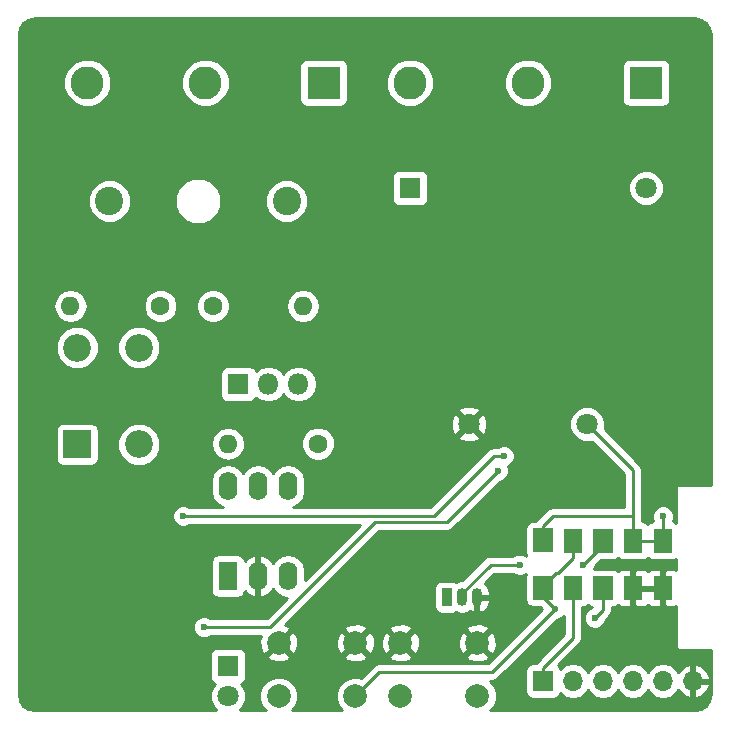
<source format=gbl>
G04 #@! TF.FileFunction,Copper,L2,Bot,Signal*
%FSLAX46Y46*%
G04 Gerber Fmt 4.6, Leading zero omitted, Abs format (unit mm)*
G04 Created by KiCad (PCBNEW 4.0.7) date Sun Sep 17 21:26:38 2017*
%MOMM*%
%LPD*%
G01*
G04 APERTURE LIST*
%ADD10C,0.100000*%
%ADD11R,1.700000X1.700000*%
%ADD12O,1.700000X1.700000*%
%ADD13C,2.800000*%
%ADD14R,2.800000X2.800000*%
%ADD15R,1.600000X2.000000*%
%ADD16R,2.350000X2.350000*%
%ADD17C,2.350000*%
%ADD18R,1.800000X1.800000*%
%ADD19C,1.800000*%
%ADD20C,2.400000*%
%ADD21O,0.900000X1.500000*%
%ADD22R,0.900000X1.500000*%
%ADD23R,1.700000X2.000000*%
%ADD24C,1.600000*%
%ADD25O,1.600000X1.600000*%
%ADD26C,2.000000*%
%ADD27R,1.600000X2.400000*%
%ADD28O,1.600000X2.400000*%
%ADD29O,1.800000X1.800000*%
%ADD30C,0.600000*%
%ADD31C,0.250000*%
%ADD32C,0.254000*%
G04 APERTURE END LIST*
D10*
D11*
X164085000Y-124825000D03*
D12*
X166625000Y-124825000D03*
X169165000Y-124825000D03*
X171705000Y-124825000D03*
X174245000Y-124825000D03*
X176785000Y-124825000D03*
D13*
X162815000Y-74175000D03*
D14*
X172815000Y-74175000D03*
D13*
X152815000Y-74175000D03*
D15*
X166625000Y-116951000D03*
X166625000Y-112951000D03*
X171705000Y-112951000D03*
X171705000Y-116951000D03*
X174245000Y-112951000D03*
X174245000Y-116951000D03*
D16*
X124655000Y-104795000D03*
D17*
X129855000Y-96595000D03*
X129855000Y-104795000D03*
X124655000Y-96595000D03*
D18*
X137415000Y-123555000D03*
D19*
X137415000Y-126095000D03*
D20*
X142375000Y-84185000D03*
X127375000Y-84185000D03*
D13*
X135510000Y-74175000D03*
D14*
X145510000Y-74175000D03*
D13*
X125510000Y-74175000D03*
D21*
X157227000Y-117713000D03*
X158497000Y-117713000D03*
D22*
X155957000Y-117713000D03*
D23*
X164085000Y-112919000D03*
X164085000Y-116919000D03*
X169165000Y-116951000D03*
X169165000Y-112951000D03*
D24*
X136144000Y-93075000D03*
D25*
X143764000Y-93075000D03*
D24*
X131700000Y-93075000D03*
D25*
X124080000Y-93075000D03*
D24*
X145035000Y-104725000D03*
D25*
X137415000Y-104725000D03*
D26*
X141710000Y-126095000D03*
X141710000Y-121595000D03*
X148210000Y-126095000D03*
X148210000Y-121595000D03*
X152020000Y-126095000D03*
X152020000Y-121595000D03*
X158520000Y-126095000D03*
X158520000Y-121595000D03*
D18*
X152815000Y-83075000D03*
D19*
X172815000Y-83075000D03*
X167815000Y-103075000D03*
X157815000Y-103075000D03*
D27*
X137415000Y-115935000D03*
D28*
X142495000Y-108315000D03*
X139955000Y-115935000D03*
X139955000Y-108315000D03*
X142495000Y-115935000D03*
X137415000Y-108315000D03*
D18*
X138303000Y-99695000D03*
D29*
X140843000Y-99695000D03*
X143383000Y-99695000D03*
D30*
X165101000Y-118729000D03*
X174245000Y-110855000D03*
X160783000Y-112887000D03*
X127255000Y-113395000D03*
X168466500Y-119491000D03*
X167514000Y-114982500D03*
X162116500Y-114982500D03*
X160783000Y-105775000D03*
X133605000Y-110855000D03*
X135366001Y-120269999D03*
X160275000Y-107045000D03*
D31*
X164085000Y-124825000D02*
X164085000Y-123725000D01*
X164085000Y-123725000D02*
X166625000Y-121185000D01*
X166625000Y-121185000D02*
X166625000Y-116951000D01*
X148210000Y-126095000D02*
X150242000Y-124063000D01*
X150242000Y-124063000D02*
X159767000Y-124063000D01*
X159767000Y-124063000D02*
X165101000Y-118729000D01*
X164085000Y-116919000D02*
X164085000Y-117713000D01*
X164085000Y-117713000D02*
X165101000Y-118729000D01*
X166625000Y-112951000D02*
X166625000Y-114379000D01*
X166625000Y-114379000D02*
X165335000Y-115669000D01*
X165335000Y-115669000D02*
X165185000Y-115669000D01*
X165185000Y-115669000D02*
X164085000Y-116769000D01*
X164085000Y-116769000D02*
X164085000Y-116919000D01*
X171705000Y-112951000D02*
X171705000Y-110855000D01*
X171705000Y-110855000D02*
X171705000Y-106965000D01*
X164085000Y-112919000D02*
X164085000Y-111669000D01*
X164085000Y-111669000D02*
X164899000Y-110855000D01*
X164899000Y-110855000D02*
X171705000Y-110855000D01*
X174245000Y-112951000D02*
X174245000Y-110855000D01*
X171705000Y-106965000D02*
X167815000Y-103075000D01*
X174245000Y-112951000D02*
X174245000Y-112751000D01*
X171705000Y-112951000D02*
X174245000Y-112951000D01*
X169165000Y-116951000D02*
X169165000Y-118792500D01*
X169165000Y-118792500D02*
X168466500Y-119491000D01*
X167514000Y-114982500D02*
X169165000Y-113331500D01*
X169165000Y-113331500D02*
X169165000Y-112951000D01*
X157227000Y-117713000D02*
X157227000Y-117413000D01*
X157227000Y-117413000D02*
X159657500Y-114982500D01*
X159657500Y-114982500D02*
X162116500Y-114982500D01*
X133605000Y-110855000D02*
X154825616Y-110855000D01*
X154825616Y-110855000D02*
X159905616Y-105775000D01*
X159905616Y-105775000D02*
X160783000Y-105775000D01*
D32*
X135366001Y-120269999D02*
X140991119Y-120269999D01*
X140991119Y-120269999D02*
X149900108Y-111361010D01*
X149900108Y-111361010D02*
X155958990Y-111361010D01*
X155958990Y-111361010D02*
X160275000Y-107045000D01*
G36*
X172980910Y-114402441D02*
X173193110Y-114547431D01*
X173445000Y-114598440D01*
X175045000Y-114598440D01*
X175280317Y-114554162D01*
X175388000Y-114484870D01*
X175388000Y-115405756D01*
X175171310Y-115316000D01*
X174530750Y-115316000D01*
X174372000Y-115474750D01*
X174372000Y-116824000D01*
X174392000Y-116824000D01*
X174392000Y-117078000D01*
X174372000Y-117078000D01*
X174372000Y-118427250D01*
X174530750Y-118586000D01*
X175171310Y-118586000D01*
X175388000Y-118496244D01*
X175388000Y-122031000D01*
X175396685Y-122077159D01*
X175423965Y-122119553D01*
X175465590Y-122147994D01*
X175515000Y-122158000D01*
X178290000Y-122158000D01*
X178290000Y-125930069D01*
X178178953Y-126488340D01*
X177902333Y-126902331D01*
X177488338Y-127178954D01*
X176930069Y-127290000D01*
X159637173Y-127290000D01*
X159905278Y-127022363D01*
X160154716Y-126421648D01*
X160155284Y-125771205D01*
X159906894Y-125170057D01*
X159560443Y-124823000D01*
X159767000Y-124823000D01*
X160057839Y-124765148D01*
X160304401Y-124600401D01*
X165240680Y-119664122D01*
X165286167Y-119664162D01*
X165629943Y-119522117D01*
X165865000Y-119287470D01*
X165865000Y-120870198D01*
X163547599Y-123187599D01*
X163454080Y-123327560D01*
X163235000Y-123327560D01*
X162999683Y-123371838D01*
X162783559Y-123510910D01*
X162638569Y-123723110D01*
X162587560Y-123975000D01*
X162587560Y-125675000D01*
X162631838Y-125910317D01*
X162770910Y-126126441D01*
X162983110Y-126271431D01*
X163235000Y-126322440D01*
X164935000Y-126322440D01*
X165170317Y-126278162D01*
X165386441Y-126139090D01*
X165531431Y-125926890D01*
X165545086Y-125859459D01*
X165574946Y-125904147D01*
X166056715Y-126226054D01*
X166625000Y-126339093D01*
X167193285Y-126226054D01*
X167675054Y-125904147D01*
X167895000Y-125574974D01*
X168114946Y-125904147D01*
X168596715Y-126226054D01*
X169165000Y-126339093D01*
X169733285Y-126226054D01*
X170215054Y-125904147D01*
X170435000Y-125574974D01*
X170654946Y-125904147D01*
X171136715Y-126226054D01*
X171705000Y-126339093D01*
X172273285Y-126226054D01*
X172755054Y-125904147D01*
X172975000Y-125574974D01*
X173194946Y-125904147D01*
X173676715Y-126226054D01*
X174245000Y-126339093D01*
X174813285Y-126226054D01*
X175295054Y-125904147D01*
X175522702Y-125563447D01*
X175589817Y-125706358D01*
X176018076Y-126096645D01*
X176428110Y-126266476D01*
X176658000Y-126145155D01*
X176658000Y-124952000D01*
X176912000Y-124952000D01*
X176912000Y-126145155D01*
X177141890Y-126266476D01*
X177551924Y-126096645D01*
X177980183Y-125706358D01*
X178226486Y-125181892D01*
X178105819Y-124952000D01*
X176912000Y-124952000D01*
X176658000Y-124952000D01*
X176638000Y-124952000D01*
X176638000Y-124698000D01*
X176658000Y-124698000D01*
X176658000Y-123504845D01*
X176912000Y-123504845D01*
X176912000Y-124698000D01*
X178105819Y-124698000D01*
X178226486Y-124468108D01*
X177980183Y-123943642D01*
X177551924Y-123553355D01*
X177141890Y-123383524D01*
X176912000Y-123504845D01*
X176658000Y-123504845D01*
X176428110Y-123383524D01*
X176018076Y-123553355D01*
X175589817Y-123943642D01*
X175522702Y-124086553D01*
X175295054Y-123745853D01*
X174813285Y-123423946D01*
X174245000Y-123310907D01*
X173676715Y-123423946D01*
X173194946Y-123745853D01*
X172975000Y-124075026D01*
X172755054Y-123745853D01*
X172273285Y-123423946D01*
X171705000Y-123310907D01*
X171136715Y-123423946D01*
X170654946Y-123745853D01*
X170435000Y-124075026D01*
X170215054Y-123745853D01*
X169733285Y-123423946D01*
X169165000Y-123310907D01*
X168596715Y-123423946D01*
X168114946Y-123745853D01*
X167895000Y-124075026D01*
X167675054Y-123745853D01*
X167193285Y-123423946D01*
X166625000Y-123310907D01*
X166056715Y-123423946D01*
X165574946Y-123745853D01*
X165547150Y-123787452D01*
X165538162Y-123739683D01*
X165399090Y-123523559D01*
X165376606Y-123508196D01*
X167162401Y-121722401D01*
X167327148Y-121475840D01*
X167339171Y-121415395D01*
X167385000Y-121185000D01*
X167385000Y-118598440D01*
X167425000Y-118598440D01*
X167660317Y-118554162D01*
X167872826Y-118417416D01*
X168063110Y-118547431D01*
X168223213Y-118579853D01*
X167937557Y-118697883D01*
X167674308Y-118960673D01*
X167531662Y-119304201D01*
X167531338Y-119676167D01*
X167673383Y-120019943D01*
X167936173Y-120283192D01*
X168279701Y-120425838D01*
X168651667Y-120426162D01*
X168995443Y-120284117D01*
X169258692Y-120021327D01*
X169401338Y-119677799D01*
X169401379Y-119630923D01*
X169702401Y-119329901D01*
X169867148Y-119083340D01*
X169925000Y-118792500D01*
X169925000Y-118598440D01*
X170015000Y-118598440D01*
X170250317Y-118554162D01*
X170466441Y-118415090D01*
X170468318Y-118412343D01*
X170545301Y-118489327D01*
X170778690Y-118586000D01*
X171419250Y-118586000D01*
X171578000Y-118427250D01*
X171578000Y-117078000D01*
X171832000Y-117078000D01*
X171832000Y-118427250D01*
X171990750Y-118586000D01*
X172631310Y-118586000D01*
X172864699Y-118489327D01*
X172975000Y-118379025D01*
X173085301Y-118489327D01*
X173318690Y-118586000D01*
X173959250Y-118586000D01*
X174118000Y-118427250D01*
X174118000Y-117078000D01*
X171832000Y-117078000D01*
X171578000Y-117078000D01*
X171558000Y-117078000D01*
X171558000Y-116824000D01*
X171578000Y-116824000D01*
X171578000Y-115474750D01*
X171832000Y-115474750D01*
X171832000Y-116824000D01*
X174118000Y-116824000D01*
X174118000Y-115474750D01*
X173959250Y-115316000D01*
X173318690Y-115316000D01*
X173085301Y-115412673D01*
X172975000Y-115522975D01*
X172864699Y-115412673D01*
X172631310Y-115316000D01*
X171990750Y-115316000D01*
X171832000Y-115474750D01*
X171578000Y-115474750D01*
X171419250Y-115316000D01*
X170778690Y-115316000D01*
X170545301Y-115412673D01*
X170466808Y-115491167D01*
X170266890Y-115354569D01*
X170015000Y-115303560D01*
X168393088Y-115303560D01*
X168448838Y-115169299D01*
X168448879Y-115122423D01*
X168972862Y-114598440D01*
X170015000Y-114598440D01*
X170250317Y-114554162D01*
X170462826Y-114417416D01*
X170653110Y-114547431D01*
X170905000Y-114598440D01*
X172505000Y-114598440D01*
X172740317Y-114554162D01*
X172956441Y-114415090D01*
X172973234Y-114390512D01*
X172980910Y-114402441D01*
X172980910Y-114402441D01*
G37*
X172980910Y-114402441D02*
X173193110Y-114547431D01*
X173445000Y-114598440D01*
X175045000Y-114598440D01*
X175280317Y-114554162D01*
X175388000Y-114484870D01*
X175388000Y-115405756D01*
X175171310Y-115316000D01*
X174530750Y-115316000D01*
X174372000Y-115474750D01*
X174372000Y-116824000D01*
X174392000Y-116824000D01*
X174392000Y-117078000D01*
X174372000Y-117078000D01*
X174372000Y-118427250D01*
X174530750Y-118586000D01*
X175171310Y-118586000D01*
X175388000Y-118496244D01*
X175388000Y-122031000D01*
X175396685Y-122077159D01*
X175423965Y-122119553D01*
X175465590Y-122147994D01*
X175515000Y-122158000D01*
X178290000Y-122158000D01*
X178290000Y-125930069D01*
X178178953Y-126488340D01*
X177902333Y-126902331D01*
X177488338Y-127178954D01*
X176930069Y-127290000D01*
X159637173Y-127290000D01*
X159905278Y-127022363D01*
X160154716Y-126421648D01*
X160155284Y-125771205D01*
X159906894Y-125170057D01*
X159560443Y-124823000D01*
X159767000Y-124823000D01*
X160057839Y-124765148D01*
X160304401Y-124600401D01*
X165240680Y-119664122D01*
X165286167Y-119664162D01*
X165629943Y-119522117D01*
X165865000Y-119287470D01*
X165865000Y-120870198D01*
X163547599Y-123187599D01*
X163454080Y-123327560D01*
X163235000Y-123327560D01*
X162999683Y-123371838D01*
X162783559Y-123510910D01*
X162638569Y-123723110D01*
X162587560Y-123975000D01*
X162587560Y-125675000D01*
X162631838Y-125910317D01*
X162770910Y-126126441D01*
X162983110Y-126271431D01*
X163235000Y-126322440D01*
X164935000Y-126322440D01*
X165170317Y-126278162D01*
X165386441Y-126139090D01*
X165531431Y-125926890D01*
X165545086Y-125859459D01*
X165574946Y-125904147D01*
X166056715Y-126226054D01*
X166625000Y-126339093D01*
X167193285Y-126226054D01*
X167675054Y-125904147D01*
X167895000Y-125574974D01*
X168114946Y-125904147D01*
X168596715Y-126226054D01*
X169165000Y-126339093D01*
X169733285Y-126226054D01*
X170215054Y-125904147D01*
X170435000Y-125574974D01*
X170654946Y-125904147D01*
X171136715Y-126226054D01*
X171705000Y-126339093D01*
X172273285Y-126226054D01*
X172755054Y-125904147D01*
X172975000Y-125574974D01*
X173194946Y-125904147D01*
X173676715Y-126226054D01*
X174245000Y-126339093D01*
X174813285Y-126226054D01*
X175295054Y-125904147D01*
X175522702Y-125563447D01*
X175589817Y-125706358D01*
X176018076Y-126096645D01*
X176428110Y-126266476D01*
X176658000Y-126145155D01*
X176658000Y-124952000D01*
X176912000Y-124952000D01*
X176912000Y-126145155D01*
X177141890Y-126266476D01*
X177551924Y-126096645D01*
X177980183Y-125706358D01*
X178226486Y-125181892D01*
X178105819Y-124952000D01*
X176912000Y-124952000D01*
X176658000Y-124952000D01*
X176638000Y-124952000D01*
X176638000Y-124698000D01*
X176658000Y-124698000D01*
X176658000Y-123504845D01*
X176912000Y-123504845D01*
X176912000Y-124698000D01*
X178105819Y-124698000D01*
X178226486Y-124468108D01*
X177980183Y-123943642D01*
X177551924Y-123553355D01*
X177141890Y-123383524D01*
X176912000Y-123504845D01*
X176658000Y-123504845D01*
X176428110Y-123383524D01*
X176018076Y-123553355D01*
X175589817Y-123943642D01*
X175522702Y-124086553D01*
X175295054Y-123745853D01*
X174813285Y-123423946D01*
X174245000Y-123310907D01*
X173676715Y-123423946D01*
X173194946Y-123745853D01*
X172975000Y-124075026D01*
X172755054Y-123745853D01*
X172273285Y-123423946D01*
X171705000Y-123310907D01*
X171136715Y-123423946D01*
X170654946Y-123745853D01*
X170435000Y-124075026D01*
X170215054Y-123745853D01*
X169733285Y-123423946D01*
X169165000Y-123310907D01*
X168596715Y-123423946D01*
X168114946Y-123745853D01*
X167895000Y-124075026D01*
X167675054Y-123745853D01*
X167193285Y-123423946D01*
X166625000Y-123310907D01*
X166056715Y-123423946D01*
X165574946Y-123745853D01*
X165547150Y-123787452D01*
X165538162Y-123739683D01*
X165399090Y-123523559D01*
X165376606Y-123508196D01*
X167162401Y-121722401D01*
X167327148Y-121475840D01*
X167339171Y-121415395D01*
X167385000Y-121185000D01*
X167385000Y-118598440D01*
X167425000Y-118598440D01*
X167660317Y-118554162D01*
X167872826Y-118417416D01*
X168063110Y-118547431D01*
X168223213Y-118579853D01*
X167937557Y-118697883D01*
X167674308Y-118960673D01*
X167531662Y-119304201D01*
X167531338Y-119676167D01*
X167673383Y-120019943D01*
X167936173Y-120283192D01*
X168279701Y-120425838D01*
X168651667Y-120426162D01*
X168995443Y-120284117D01*
X169258692Y-120021327D01*
X169401338Y-119677799D01*
X169401379Y-119630923D01*
X169702401Y-119329901D01*
X169867148Y-119083340D01*
X169925000Y-118792500D01*
X169925000Y-118598440D01*
X170015000Y-118598440D01*
X170250317Y-118554162D01*
X170466441Y-118415090D01*
X170468318Y-118412343D01*
X170545301Y-118489327D01*
X170778690Y-118586000D01*
X171419250Y-118586000D01*
X171578000Y-118427250D01*
X171578000Y-117078000D01*
X171832000Y-117078000D01*
X171832000Y-118427250D01*
X171990750Y-118586000D01*
X172631310Y-118586000D01*
X172864699Y-118489327D01*
X172975000Y-118379025D01*
X173085301Y-118489327D01*
X173318690Y-118586000D01*
X173959250Y-118586000D01*
X174118000Y-118427250D01*
X174118000Y-117078000D01*
X171832000Y-117078000D01*
X171578000Y-117078000D01*
X171558000Y-117078000D01*
X171558000Y-116824000D01*
X171578000Y-116824000D01*
X171578000Y-115474750D01*
X171832000Y-115474750D01*
X171832000Y-116824000D01*
X174118000Y-116824000D01*
X174118000Y-115474750D01*
X173959250Y-115316000D01*
X173318690Y-115316000D01*
X173085301Y-115412673D01*
X172975000Y-115522975D01*
X172864699Y-115412673D01*
X172631310Y-115316000D01*
X171990750Y-115316000D01*
X171832000Y-115474750D01*
X171578000Y-115474750D01*
X171419250Y-115316000D01*
X170778690Y-115316000D01*
X170545301Y-115412673D01*
X170466808Y-115491167D01*
X170266890Y-115354569D01*
X170015000Y-115303560D01*
X168393088Y-115303560D01*
X168448838Y-115169299D01*
X168448879Y-115122423D01*
X168972862Y-114598440D01*
X170015000Y-114598440D01*
X170250317Y-114554162D01*
X170462826Y-114417416D01*
X170653110Y-114547431D01*
X170905000Y-114598440D01*
X172505000Y-114598440D01*
X172740317Y-114554162D01*
X172956441Y-114415090D01*
X172973234Y-114390512D01*
X172980910Y-114402441D01*
G36*
X177488338Y-68821046D02*
X177902333Y-69097669D01*
X178178953Y-69511660D01*
X178290000Y-70069931D01*
X178290000Y-108188000D01*
X175515000Y-108188000D01*
X175468841Y-108196685D01*
X175426447Y-108223965D01*
X175398006Y-108265590D01*
X175388000Y-108315000D01*
X175388000Y-111416822D01*
X175296890Y-111354569D01*
X175069117Y-111308444D01*
X175179838Y-111041799D01*
X175180162Y-110669833D01*
X175038117Y-110326057D01*
X174775327Y-110062808D01*
X174431799Y-109920162D01*
X174059833Y-109919838D01*
X173716057Y-110061883D01*
X173452808Y-110324673D01*
X173310162Y-110668201D01*
X173309838Y-111040167D01*
X173420569Y-111308157D01*
X173209683Y-111347838D01*
X172993559Y-111486910D01*
X172976766Y-111511488D01*
X172969090Y-111499559D01*
X172756890Y-111354569D01*
X172505000Y-111303560D01*
X172465000Y-111303560D01*
X172465000Y-106965000D01*
X172407148Y-106674161D01*
X172242401Y-106427599D01*
X169304766Y-103489964D01*
X169349733Y-103381670D01*
X169350265Y-102771009D01*
X169117068Y-102206629D01*
X168685643Y-101774449D01*
X168121670Y-101540267D01*
X167511009Y-101539735D01*
X166946629Y-101772932D01*
X166514449Y-102204357D01*
X166280267Y-102768330D01*
X166279735Y-103378991D01*
X166512932Y-103943371D01*
X166944357Y-104375551D01*
X167508330Y-104609733D01*
X168118991Y-104610265D01*
X168229713Y-104564515D01*
X170945000Y-107279802D01*
X170945000Y-110095000D01*
X164899000Y-110095000D01*
X164608161Y-110152852D01*
X164361599Y-110317599D01*
X163547599Y-111131599D01*
X163454080Y-111271560D01*
X163235000Y-111271560D01*
X162999683Y-111315838D01*
X162783559Y-111454910D01*
X162638569Y-111667110D01*
X162587560Y-111919000D01*
X162587560Y-113919000D01*
X162631838Y-114154317D01*
X162669817Y-114213338D01*
X162646827Y-114190308D01*
X162303299Y-114047662D01*
X161931333Y-114047338D01*
X161587557Y-114189383D01*
X161554382Y-114222500D01*
X159657500Y-114222500D01*
X159366661Y-114280352D01*
X159120099Y-114445099D01*
X157258138Y-116307060D01*
X157227000Y-116300866D01*
X156811788Y-116383457D01*
X156746981Y-116426759D01*
X156658890Y-116366569D01*
X156407000Y-116315560D01*
X155507000Y-116315560D01*
X155271683Y-116359838D01*
X155055559Y-116498910D01*
X154910569Y-116711110D01*
X154859560Y-116963000D01*
X154859560Y-118463000D01*
X154903838Y-118698317D01*
X155042910Y-118914441D01*
X155255110Y-119059431D01*
X155507000Y-119110440D01*
X156407000Y-119110440D01*
X156642317Y-119066162D01*
X156746655Y-118999022D01*
X156811788Y-119042543D01*
X157227000Y-119125134D01*
X157642212Y-119042543D01*
X157866274Y-118892830D01*
X158202999Y-119057408D01*
X158370000Y-118930502D01*
X158370000Y-117840000D01*
X158624000Y-117840000D01*
X158624000Y-118930502D01*
X158791001Y-119057408D01*
X159174408Y-118870013D01*
X159450808Y-118545544D01*
X159582000Y-118140000D01*
X159582000Y-117840000D01*
X158624000Y-117840000D01*
X158370000Y-117840000D01*
X158350000Y-117840000D01*
X158350000Y-117586000D01*
X158370000Y-117586000D01*
X158370000Y-117566000D01*
X158624000Y-117566000D01*
X158624000Y-117586000D01*
X159582000Y-117586000D01*
X159582000Y-117286000D01*
X159450808Y-116880456D01*
X159174408Y-116555987D01*
X159163934Y-116550868D01*
X159972302Y-115742500D01*
X161554037Y-115742500D01*
X161586173Y-115774692D01*
X161929701Y-115917338D01*
X162301667Y-115917662D01*
X162613962Y-115788625D01*
X162587560Y-115919000D01*
X162587560Y-117919000D01*
X162631838Y-118154317D01*
X162770910Y-118370441D01*
X162983110Y-118515431D01*
X163235000Y-118566440D01*
X163863638Y-118566440D01*
X164026198Y-118729000D01*
X159452198Y-123303000D01*
X150242000Y-123303000D01*
X149951161Y-123360852D01*
X149704599Y-123525599D01*
X148701473Y-124528725D01*
X148536648Y-124460284D01*
X147886205Y-124459716D01*
X147285057Y-124708106D01*
X146824722Y-125167637D01*
X146575284Y-125768352D01*
X146574716Y-126418795D01*
X146823106Y-127019943D01*
X147092691Y-127290000D01*
X142827173Y-127290000D01*
X143095278Y-127022363D01*
X143344716Y-126421648D01*
X143345284Y-125771205D01*
X143096894Y-125170057D01*
X142637363Y-124709722D01*
X142036648Y-124460284D01*
X141386205Y-124459716D01*
X140785057Y-124708106D01*
X140324722Y-125167637D01*
X140075284Y-125768352D01*
X140074716Y-126418795D01*
X140323106Y-127019943D01*
X140592691Y-127290000D01*
X138390626Y-127290000D01*
X138715551Y-126965643D01*
X138949733Y-126401670D01*
X138950265Y-125791009D01*
X138717068Y-125226629D01*
X138549120Y-125058387D01*
X138550317Y-125058162D01*
X138766441Y-124919090D01*
X138911431Y-124706890D01*
X138962440Y-124455000D01*
X138962440Y-122747532D01*
X140737073Y-122747532D01*
X140835736Y-123014387D01*
X141445461Y-123240908D01*
X142095460Y-123216856D01*
X142584264Y-123014387D01*
X142682927Y-122747532D01*
X147237073Y-122747532D01*
X147335736Y-123014387D01*
X147945461Y-123240908D01*
X148595460Y-123216856D01*
X149084264Y-123014387D01*
X149182927Y-122747532D01*
X151047073Y-122747532D01*
X151145736Y-123014387D01*
X151755461Y-123240908D01*
X152405460Y-123216856D01*
X152894264Y-123014387D01*
X152992927Y-122747532D01*
X157547073Y-122747532D01*
X157645736Y-123014387D01*
X158255461Y-123240908D01*
X158905460Y-123216856D01*
X159394264Y-123014387D01*
X159492927Y-122747532D01*
X158520000Y-121774605D01*
X157547073Y-122747532D01*
X152992927Y-122747532D01*
X152020000Y-121774605D01*
X151047073Y-122747532D01*
X149182927Y-122747532D01*
X148210000Y-121774605D01*
X147237073Y-122747532D01*
X142682927Y-122747532D01*
X141710000Y-121774605D01*
X140737073Y-122747532D01*
X138962440Y-122747532D01*
X138962440Y-122655000D01*
X138918162Y-122419683D01*
X138779090Y-122203559D01*
X138566890Y-122058569D01*
X138315000Y-122007560D01*
X136515000Y-122007560D01*
X136279683Y-122051838D01*
X136063559Y-122190910D01*
X135918569Y-122403110D01*
X135867560Y-122655000D01*
X135867560Y-124455000D01*
X135911838Y-124690317D01*
X136050910Y-124906441D01*
X136263110Y-125051431D01*
X136283534Y-125055567D01*
X136114449Y-125224357D01*
X135880267Y-125788330D01*
X135879735Y-126398991D01*
X136112932Y-126963371D01*
X136438990Y-127290000D01*
X121069931Y-127290000D01*
X120511660Y-127178953D01*
X120097669Y-126902333D01*
X119821046Y-126488338D01*
X119710000Y-125930069D01*
X119710000Y-114735000D01*
X135967560Y-114735000D01*
X135967560Y-117135000D01*
X136011838Y-117370317D01*
X136150910Y-117586441D01*
X136363110Y-117731431D01*
X136615000Y-117782440D01*
X138215000Y-117782440D01*
X138450317Y-117738162D01*
X138666441Y-117599090D01*
X138811431Y-117386890D01*
X138846906Y-117211709D01*
X139030104Y-117439500D01*
X139523181Y-117709367D01*
X139605961Y-117726904D01*
X139828000Y-117604915D01*
X139828000Y-116062000D01*
X139808000Y-116062000D01*
X139808000Y-115808000D01*
X139828000Y-115808000D01*
X139828000Y-114265085D01*
X139605961Y-114143096D01*
X139523181Y-114160633D01*
X139030104Y-114430500D01*
X138847798Y-114657182D01*
X138818162Y-114499683D01*
X138679090Y-114283559D01*
X138466890Y-114138569D01*
X138215000Y-114087560D01*
X136615000Y-114087560D01*
X136379683Y-114131838D01*
X136163559Y-114270910D01*
X136018569Y-114483110D01*
X135967560Y-114735000D01*
X119710000Y-114735000D01*
X119710000Y-111040167D01*
X132669838Y-111040167D01*
X132811883Y-111383943D01*
X133074673Y-111647192D01*
X133418201Y-111789838D01*
X133790167Y-111790162D01*
X134133943Y-111648117D01*
X134167118Y-111615000D01*
X148568488Y-111615000D01*
X143930000Y-116253488D01*
X143930000Y-115499050D01*
X143820767Y-114949899D01*
X143509698Y-114484352D01*
X143044151Y-114173283D01*
X142495000Y-114064050D01*
X141945849Y-114173283D01*
X141480302Y-114484352D01*
X141227493Y-114862707D01*
X140879896Y-114430500D01*
X140386819Y-114160633D01*
X140304039Y-114143096D01*
X140082000Y-114265085D01*
X140082000Y-115808000D01*
X140102000Y-115808000D01*
X140102000Y-116062000D01*
X140082000Y-116062000D01*
X140082000Y-117604915D01*
X140304039Y-117726904D01*
X140386819Y-117709367D01*
X140879896Y-117439500D01*
X141227493Y-117007293D01*
X141480302Y-117385648D01*
X141945849Y-117696717D01*
X142397026Y-117786462D01*
X140675489Y-119507999D01*
X135926467Y-119507999D01*
X135896328Y-119477807D01*
X135552800Y-119335161D01*
X135180834Y-119334837D01*
X134837058Y-119476882D01*
X134573809Y-119739672D01*
X134431163Y-120083200D01*
X134430839Y-120455166D01*
X134572884Y-120798942D01*
X134835674Y-121062191D01*
X135179202Y-121204837D01*
X135551168Y-121205161D01*
X135894944Y-121063116D01*
X135926115Y-121031999D01*
X140174975Y-121031999D01*
X140064092Y-121330461D01*
X140088144Y-121980460D01*
X140290613Y-122469264D01*
X140557468Y-122567927D01*
X141530395Y-121595000D01*
X141889605Y-121595000D01*
X142862532Y-122567927D01*
X143129387Y-122469264D01*
X143355908Y-121859539D01*
X143336331Y-121330461D01*
X146564092Y-121330461D01*
X146588144Y-121980460D01*
X146790613Y-122469264D01*
X147057468Y-122567927D01*
X148030395Y-121595000D01*
X148389605Y-121595000D01*
X149362532Y-122567927D01*
X149629387Y-122469264D01*
X149855908Y-121859539D01*
X149836331Y-121330461D01*
X150374092Y-121330461D01*
X150398144Y-121980460D01*
X150600613Y-122469264D01*
X150867468Y-122567927D01*
X151840395Y-121595000D01*
X152199605Y-121595000D01*
X153172532Y-122567927D01*
X153439387Y-122469264D01*
X153665908Y-121859539D01*
X153646331Y-121330461D01*
X156874092Y-121330461D01*
X156898144Y-121980460D01*
X157100613Y-122469264D01*
X157367468Y-122567927D01*
X158340395Y-121595000D01*
X158699605Y-121595000D01*
X159672532Y-122567927D01*
X159939387Y-122469264D01*
X160165908Y-121859539D01*
X160141856Y-121209540D01*
X159939387Y-120720736D01*
X159672532Y-120622073D01*
X158699605Y-121595000D01*
X158340395Y-121595000D01*
X157367468Y-120622073D01*
X157100613Y-120720736D01*
X156874092Y-121330461D01*
X153646331Y-121330461D01*
X153641856Y-121209540D01*
X153439387Y-120720736D01*
X153172532Y-120622073D01*
X152199605Y-121595000D01*
X151840395Y-121595000D01*
X150867468Y-120622073D01*
X150600613Y-120720736D01*
X150374092Y-121330461D01*
X149836331Y-121330461D01*
X149831856Y-121209540D01*
X149629387Y-120720736D01*
X149362532Y-120622073D01*
X148389605Y-121595000D01*
X148030395Y-121595000D01*
X147057468Y-120622073D01*
X146790613Y-120720736D01*
X146564092Y-121330461D01*
X143336331Y-121330461D01*
X143331856Y-121209540D01*
X143129387Y-120720736D01*
X142862532Y-120622073D01*
X141889605Y-121595000D01*
X141530395Y-121595000D01*
X141516253Y-121580858D01*
X141695858Y-121401253D01*
X141710000Y-121415395D01*
X142682927Y-120442468D01*
X147237073Y-120442468D01*
X148210000Y-121415395D01*
X149182927Y-120442468D01*
X151047073Y-120442468D01*
X152020000Y-121415395D01*
X152992927Y-120442468D01*
X157547073Y-120442468D01*
X158520000Y-121415395D01*
X159492927Y-120442468D01*
X159394264Y-120175613D01*
X158784539Y-119949092D01*
X158134540Y-119973144D01*
X157645736Y-120175613D01*
X157547073Y-120442468D01*
X152992927Y-120442468D01*
X152894264Y-120175613D01*
X152284539Y-119949092D01*
X151634540Y-119973144D01*
X151145736Y-120175613D01*
X151047073Y-120442468D01*
X149182927Y-120442468D01*
X149084264Y-120175613D01*
X148474539Y-119949092D01*
X147824540Y-119973144D01*
X147335736Y-120175613D01*
X147237073Y-120442468D01*
X142682927Y-120442468D01*
X142584264Y-120175613D01*
X142277210Y-120061538D01*
X150215738Y-112123010D01*
X155958990Y-112123010D01*
X156250595Y-112065006D01*
X156497805Y-111899825D01*
X160417505Y-107980125D01*
X160460167Y-107980162D01*
X160803943Y-107838117D01*
X161067192Y-107575327D01*
X161209838Y-107231799D01*
X161210162Y-106859833D01*
X161122048Y-106646580D01*
X161311943Y-106568117D01*
X161575192Y-106305327D01*
X161717838Y-105961799D01*
X161718162Y-105589833D01*
X161576117Y-105246057D01*
X161313327Y-104982808D01*
X160969799Y-104840162D01*
X160597833Y-104839838D01*
X160254057Y-104981883D01*
X160220882Y-105015000D01*
X159905616Y-105015000D01*
X159614777Y-105072852D01*
X159368215Y-105237599D01*
X154510814Y-110095000D01*
X142952236Y-110095000D01*
X143044151Y-110076717D01*
X143509698Y-109765648D01*
X143820767Y-109300101D01*
X143930000Y-108750950D01*
X143930000Y-107879050D01*
X143820767Y-107329899D01*
X143509698Y-106864352D01*
X143044151Y-106553283D01*
X142495000Y-106444050D01*
X141945849Y-106553283D01*
X141480302Y-106864352D01*
X141225000Y-107246438D01*
X140969698Y-106864352D01*
X140504151Y-106553283D01*
X139955000Y-106444050D01*
X139405849Y-106553283D01*
X138940302Y-106864352D01*
X138685000Y-107246438D01*
X138429698Y-106864352D01*
X137964151Y-106553283D01*
X137415000Y-106444050D01*
X136865849Y-106553283D01*
X136400302Y-106864352D01*
X136089233Y-107329899D01*
X135980000Y-107879050D01*
X135980000Y-108750950D01*
X136089233Y-109300101D01*
X136400302Y-109765648D01*
X136865849Y-110076717D01*
X136957764Y-110095000D01*
X134167463Y-110095000D01*
X134135327Y-110062808D01*
X133791799Y-109920162D01*
X133419833Y-109919838D01*
X133076057Y-110061883D01*
X132812808Y-110324673D01*
X132670162Y-110668201D01*
X132669838Y-111040167D01*
X119710000Y-111040167D01*
X119710000Y-103620000D01*
X122832560Y-103620000D01*
X122832560Y-105970000D01*
X122876838Y-106205317D01*
X123015910Y-106421441D01*
X123228110Y-106566431D01*
X123480000Y-106617440D01*
X125830000Y-106617440D01*
X126065317Y-106573162D01*
X126281441Y-106434090D01*
X126426431Y-106221890D01*
X126477440Y-105970000D01*
X126477440Y-105153452D01*
X128044686Y-105153452D01*
X128319662Y-105818943D01*
X128828379Y-106328549D01*
X129493389Y-106604685D01*
X130213452Y-106605314D01*
X130878943Y-106330338D01*
X131388549Y-105821621D01*
X131664685Y-105156611D01*
X131665062Y-104725000D01*
X135951887Y-104725000D01*
X136061120Y-105274151D01*
X136372189Y-105739698D01*
X136837736Y-106050767D01*
X137386887Y-106160000D01*
X137443113Y-106160000D01*
X137992264Y-106050767D01*
X138457811Y-105739698D01*
X138768880Y-105274151D01*
X138821584Y-105009187D01*
X143599752Y-105009187D01*
X143817757Y-105536800D01*
X144221077Y-105940824D01*
X144748309Y-106159750D01*
X145319187Y-106160248D01*
X145846800Y-105942243D01*
X146250824Y-105538923D01*
X146469750Y-105011691D01*
X146470248Y-104440813D01*
X146352219Y-104155159D01*
X156914446Y-104155159D01*
X157000852Y-104411643D01*
X157574336Y-104621458D01*
X158184460Y-104595839D01*
X158629148Y-104411643D01*
X158715554Y-104155159D01*
X157815000Y-103254605D01*
X156914446Y-104155159D01*
X146352219Y-104155159D01*
X146252243Y-103913200D01*
X145848923Y-103509176D01*
X145321691Y-103290250D01*
X144750813Y-103289752D01*
X144223200Y-103507757D01*
X143819176Y-103911077D01*
X143600250Y-104438309D01*
X143599752Y-105009187D01*
X138821584Y-105009187D01*
X138878113Y-104725000D01*
X138768880Y-104175849D01*
X138457811Y-103710302D01*
X137992264Y-103399233D01*
X137443113Y-103290000D01*
X137386887Y-103290000D01*
X136837736Y-103399233D01*
X136372189Y-103710302D01*
X136061120Y-104175849D01*
X135951887Y-104725000D01*
X131665062Y-104725000D01*
X131665314Y-104436548D01*
X131390338Y-103771057D01*
X130881621Y-103261451D01*
X130216611Y-102985315D01*
X129496548Y-102984686D01*
X128831057Y-103259662D01*
X128321451Y-103768379D01*
X128045315Y-104433389D01*
X128044686Y-105153452D01*
X126477440Y-105153452D01*
X126477440Y-103620000D01*
X126433162Y-103384683D01*
X126294090Y-103168559D01*
X126081890Y-103023569D01*
X125830000Y-102972560D01*
X123480000Y-102972560D01*
X123244683Y-103016838D01*
X123028559Y-103155910D01*
X122883569Y-103368110D01*
X122832560Y-103620000D01*
X119710000Y-103620000D01*
X119710000Y-102834336D01*
X156268542Y-102834336D01*
X156294161Y-103444460D01*
X156478357Y-103889148D01*
X156734841Y-103975554D01*
X157635395Y-103075000D01*
X157994605Y-103075000D01*
X158895159Y-103975554D01*
X159151643Y-103889148D01*
X159361458Y-103315664D01*
X159335839Y-102705540D01*
X159151643Y-102260852D01*
X158895159Y-102174446D01*
X157994605Y-103075000D01*
X157635395Y-103075000D01*
X156734841Y-102174446D01*
X156478357Y-102260852D01*
X156268542Y-102834336D01*
X119710000Y-102834336D01*
X119710000Y-101994841D01*
X156914446Y-101994841D01*
X157815000Y-102895395D01*
X158715554Y-101994841D01*
X158629148Y-101738357D01*
X158055664Y-101528542D01*
X157445540Y-101554161D01*
X157000852Y-101738357D01*
X156914446Y-101994841D01*
X119710000Y-101994841D01*
X119710000Y-98795000D01*
X136755560Y-98795000D01*
X136755560Y-100595000D01*
X136799838Y-100830317D01*
X136938910Y-101046441D01*
X137151110Y-101191431D01*
X137403000Y-101242440D01*
X139203000Y-101242440D01*
X139438317Y-101198162D01*
X139654441Y-101059090D01*
X139799431Y-100846890D01*
X139802719Y-100830656D01*
X140225509Y-101113155D01*
X140812928Y-101230000D01*
X140873072Y-101230000D01*
X141460491Y-101113155D01*
X141958481Y-100780409D01*
X142113000Y-100549155D01*
X142267519Y-100780409D01*
X142765509Y-101113155D01*
X143352928Y-101230000D01*
X143413072Y-101230000D01*
X144000491Y-101113155D01*
X144498481Y-100780409D01*
X144831227Y-100282419D01*
X144948072Y-99695000D01*
X144831227Y-99107581D01*
X144498481Y-98609591D01*
X144000491Y-98276845D01*
X143413072Y-98160000D01*
X143352928Y-98160000D01*
X142765509Y-98276845D01*
X142267519Y-98609591D01*
X142113000Y-98840845D01*
X141958481Y-98609591D01*
X141460491Y-98276845D01*
X140873072Y-98160000D01*
X140812928Y-98160000D01*
X140225509Y-98276845D01*
X139804974Y-98557837D01*
X139667090Y-98343559D01*
X139454890Y-98198569D01*
X139203000Y-98147560D01*
X137403000Y-98147560D01*
X137167683Y-98191838D01*
X136951559Y-98330910D01*
X136806569Y-98543110D01*
X136755560Y-98795000D01*
X119710000Y-98795000D01*
X119710000Y-96953452D01*
X122844686Y-96953452D01*
X123119662Y-97618943D01*
X123628379Y-98128549D01*
X124293389Y-98404685D01*
X125013452Y-98405314D01*
X125678943Y-98130338D01*
X126188549Y-97621621D01*
X126464685Y-96956611D01*
X126464687Y-96953452D01*
X128044686Y-96953452D01*
X128319662Y-97618943D01*
X128828379Y-98128549D01*
X129493389Y-98404685D01*
X130213452Y-98405314D01*
X130878943Y-98130338D01*
X131388549Y-97621621D01*
X131664685Y-96956611D01*
X131665314Y-96236548D01*
X131390338Y-95571057D01*
X130881621Y-95061451D01*
X130216611Y-94785315D01*
X129496548Y-94784686D01*
X128831057Y-95059662D01*
X128321451Y-95568379D01*
X128045315Y-96233389D01*
X128044686Y-96953452D01*
X126464687Y-96953452D01*
X126465314Y-96236548D01*
X126190338Y-95571057D01*
X125681621Y-95061451D01*
X125016611Y-94785315D01*
X124296548Y-94784686D01*
X123631057Y-95059662D01*
X123121451Y-95568379D01*
X122845315Y-96233389D01*
X122844686Y-96953452D01*
X119710000Y-96953452D01*
X119710000Y-93075000D01*
X122616887Y-93075000D01*
X122726120Y-93624151D01*
X123037189Y-94089698D01*
X123502736Y-94400767D01*
X124051887Y-94510000D01*
X124108113Y-94510000D01*
X124657264Y-94400767D01*
X125122811Y-94089698D01*
X125433880Y-93624151D01*
X125486584Y-93359187D01*
X130264752Y-93359187D01*
X130482757Y-93886800D01*
X130886077Y-94290824D01*
X131413309Y-94509750D01*
X131984187Y-94510248D01*
X132511800Y-94292243D01*
X132915824Y-93888923D01*
X133134750Y-93361691D01*
X133134752Y-93359187D01*
X134708752Y-93359187D01*
X134926757Y-93886800D01*
X135330077Y-94290824D01*
X135857309Y-94509750D01*
X136428187Y-94510248D01*
X136955800Y-94292243D01*
X137359824Y-93888923D01*
X137578750Y-93361691D01*
X137579000Y-93075000D01*
X142300887Y-93075000D01*
X142410120Y-93624151D01*
X142721189Y-94089698D01*
X143186736Y-94400767D01*
X143735887Y-94510000D01*
X143792113Y-94510000D01*
X144341264Y-94400767D01*
X144806811Y-94089698D01*
X145117880Y-93624151D01*
X145227113Y-93075000D01*
X145117880Y-92525849D01*
X144806811Y-92060302D01*
X144341264Y-91749233D01*
X143792113Y-91640000D01*
X143735887Y-91640000D01*
X143186736Y-91749233D01*
X142721189Y-92060302D01*
X142410120Y-92525849D01*
X142300887Y-93075000D01*
X137579000Y-93075000D01*
X137579248Y-92790813D01*
X137361243Y-92263200D01*
X136957923Y-91859176D01*
X136430691Y-91640250D01*
X135859813Y-91639752D01*
X135332200Y-91857757D01*
X134928176Y-92261077D01*
X134709250Y-92788309D01*
X134708752Y-93359187D01*
X133134752Y-93359187D01*
X133135248Y-92790813D01*
X132917243Y-92263200D01*
X132513923Y-91859176D01*
X131986691Y-91640250D01*
X131415813Y-91639752D01*
X130888200Y-91857757D01*
X130484176Y-92261077D01*
X130265250Y-92788309D01*
X130264752Y-93359187D01*
X125486584Y-93359187D01*
X125543113Y-93075000D01*
X125433880Y-92525849D01*
X125122811Y-92060302D01*
X124657264Y-91749233D01*
X124108113Y-91640000D01*
X124051887Y-91640000D01*
X123502736Y-91749233D01*
X123037189Y-92060302D01*
X122726120Y-92525849D01*
X122616887Y-93075000D01*
X119710000Y-93075000D01*
X119710000Y-84548403D01*
X125539682Y-84548403D01*
X125818455Y-85223086D01*
X126334199Y-85739730D01*
X127008395Y-86019681D01*
X127738403Y-86020318D01*
X128413086Y-85741545D01*
X128929730Y-85225801D01*
X129200731Y-84573158D01*
X132914660Y-84573158D01*
X133212424Y-85293801D01*
X133763299Y-85845639D01*
X134483421Y-86144659D01*
X135263158Y-86145340D01*
X135983801Y-85847576D01*
X136535639Y-85296701D01*
X136834659Y-84576579D01*
X136834683Y-84548403D01*
X140539682Y-84548403D01*
X140818455Y-85223086D01*
X141334199Y-85739730D01*
X142008395Y-86019681D01*
X142738403Y-86020318D01*
X143413086Y-85741545D01*
X143929730Y-85225801D01*
X144209681Y-84551605D01*
X144210318Y-83821597D01*
X143931545Y-83146914D01*
X143415801Y-82630270D01*
X142741605Y-82350319D01*
X142011597Y-82349682D01*
X141336914Y-82628455D01*
X140820270Y-83144199D01*
X140540319Y-83818395D01*
X140539682Y-84548403D01*
X136834683Y-84548403D01*
X136835340Y-83796842D01*
X136537576Y-83076199D01*
X135986701Y-82524361D01*
X135266579Y-82225341D01*
X134486842Y-82224660D01*
X133766199Y-82522424D01*
X133214361Y-83073299D01*
X132915341Y-83793421D01*
X132914660Y-84573158D01*
X129200731Y-84573158D01*
X129209681Y-84551605D01*
X129210318Y-83821597D01*
X128931545Y-83146914D01*
X128415801Y-82630270D01*
X127741605Y-82350319D01*
X127011597Y-82349682D01*
X126336914Y-82628455D01*
X125820270Y-83144199D01*
X125540319Y-83818395D01*
X125539682Y-84548403D01*
X119710000Y-84548403D01*
X119710000Y-82175000D01*
X151267560Y-82175000D01*
X151267560Y-83975000D01*
X151311838Y-84210317D01*
X151450910Y-84426441D01*
X151663110Y-84571431D01*
X151915000Y-84622440D01*
X153715000Y-84622440D01*
X153950317Y-84578162D01*
X154166441Y-84439090D01*
X154311431Y-84226890D01*
X154362440Y-83975000D01*
X154362440Y-83378991D01*
X171279735Y-83378991D01*
X171512932Y-83943371D01*
X171944357Y-84375551D01*
X172508330Y-84609733D01*
X173118991Y-84610265D01*
X173683371Y-84377068D01*
X174115551Y-83945643D01*
X174349733Y-83381670D01*
X174350265Y-82771009D01*
X174117068Y-82206629D01*
X173685643Y-81774449D01*
X173121670Y-81540267D01*
X172511009Y-81539735D01*
X171946629Y-81772932D01*
X171514449Y-82204357D01*
X171280267Y-82768330D01*
X171279735Y-83378991D01*
X154362440Y-83378991D01*
X154362440Y-82175000D01*
X154318162Y-81939683D01*
X154179090Y-81723559D01*
X153966890Y-81578569D01*
X153715000Y-81527560D01*
X151915000Y-81527560D01*
X151679683Y-81571838D01*
X151463559Y-81710910D01*
X151318569Y-81923110D01*
X151267560Y-82175000D01*
X119710000Y-82175000D01*
X119710000Y-74578011D01*
X123474648Y-74578011D01*
X123783805Y-75326229D01*
X124355760Y-75899183D01*
X125103438Y-76209646D01*
X125913011Y-76210352D01*
X126661229Y-75901195D01*
X127234183Y-75329240D01*
X127544646Y-74581562D01*
X127544649Y-74578011D01*
X133474648Y-74578011D01*
X133783805Y-75326229D01*
X134355760Y-75899183D01*
X135103438Y-76209646D01*
X135913011Y-76210352D01*
X136661229Y-75901195D01*
X137234183Y-75329240D01*
X137544646Y-74581562D01*
X137545352Y-73771989D01*
X137236195Y-73023771D01*
X136987858Y-72775000D01*
X143462560Y-72775000D01*
X143462560Y-75575000D01*
X143506838Y-75810317D01*
X143645910Y-76026441D01*
X143858110Y-76171431D01*
X144110000Y-76222440D01*
X146910000Y-76222440D01*
X147145317Y-76178162D01*
X147361441Y-76039090D01*
X147506431Y-75826890D01*
X147557440Y-75575000D01*
X147557440Y-74578011D01*
X150779648Y-74578011D01*
X151088805Y-75326229D01*
X151660760Y-75899183D01*
X152408438Y-76209646D01*
X153218011Y-76210352D01*
X153966229Y-75901195D01*
X154539183Y-75329240D01*
X154849646Y-74581562D01*
X154849649Y-74578011D01*
X160779648Y-74578011D01*
X161088805Y-75326229D01*
X161660760Y-75899183D01*
X162408438Y-76209646D01*
X163218011Y-76210352D01*
X163966229Y-75901195D01*
X164539183Y-75329240D01*
X164849646Y-74581562D01*
X164850352Y-73771989D01*
X164541195Y-73023771D01*
X164292858Y-72775000D01*
X170767560Y-72775000D01*
X170767560Y-75575000D01*
X170811838Y-75810317D01*
X170950910Y-76026441D01*
X171163110Y-76171431D01*
X171415000Y-76222440D01*
X174215000Y-76222440D01*
X174450317Y-76178162D01*
X174666441Y-76039090D01*
X174811431Y-75826890D01*
X174862440Y-75575000D01*
X174862440Y-72775000D01*
X174818162Y-72539683D01*
X174679090Y-72323559D01*
X174466890Y-72178569D01*
X174215000Y-72127560D01*
X171415000Y-72127560D01*
X171179683Y-72171838D01*
X170963559Y-72310910D01*
X170818569Y-72523110D01*
X170767560Y-72775000D01*
X164292858Y-72775000D01*
X163969240Y-72450817D01*
X163221562Y-72140354D01*
X162411989Y-72139648D01*
X161663771Y-72448805D01*
X161090817Y-73020760D01*
X160780354Y-73768438D01*
X160779648Y-74578011D01*
X154849649Y-74578011D01*
X154850352Y-73771989D01*
X154541195Y-73023771D01*
X153969240Y-72450817D01*
X153221562Y-72140354D01*
X152411989Y-72139648D01*
X151663771Y-72448805D01*
X151090817Y-73020760D01*
X150780354Y-73768438D01*
X150779648Y-74578011D01*
X147557440Y-74578011D01*
X147557440Y-72775000D01*
X147513162Y-72539683D01*
X147374090Y-72323559D01*
X147161890Y-72178569D01*
X146910000Y-72127560D01*
X144110000Y-72127560D01*
X143874683Y-72171838D01*
X143658559Y-72310910D01*
X143513569Y-72523110D01*
X143462560Y-72775000D01*
X136987858Y-72775000D01*
X136664240Y-72450817D01*
X135916562Y-72140354D01*
X135106989Y-72139648D01*
X134358771Y-72448805D01*
X133785817Y-73020760D01*
X133475354Y-73768438D01*
X133474648Y-74578011D01*
X127544649Y-74578011D01*
X127545352Y-73771989D01*
X127236195Y-73023771D01*
X126664240Y-72450817D01*
X125916562Y-72140354D01*
X125106989Y-72139648D01*
X124358771Y-72448805D01*
X123785817Y-73020760D01*
X123475354Y-73768438D01*
X123474648Y-74578011D01*
X119710000Y-74578011D01*
X119710000Y-70069931D01*
X119821046Y-69511662D01*
X120097669Y-69097667D01*
X120511660Y-68821047D01*
X121069931Y-68710000D01*
X176930069Y-68710000D01*
X177488338Y-68821046D01*
X177488338Y-68821046D01*
G37*
X177488338Y-68821046D02*
X177902333Y-69097669D01*
X178178953Y-69511660D01*
X178290000Y-70069931D01*
X178290000Y-108188000D01*
X175515000Y-108188000D01*
X175468841Y-108196685D01*
X175426447Y-108223965D01*
X175398006Y-108265590D01*
X175388000Y-108315000D01*
X175388000Y-111416822D01*
X175296890Y-111354569D01*
X175069117Y-111308444D01*
X175179838Y-111041799D01*
X175180162Y-110669833D01*
X175038117Y-110326057D01*
X174775327Y-110062808D01*
X174431799Y-109920162D01*
X174059833Y-109919838D01*
X173716057Y-110061883D01*
X173452808Y-110324673D01*
X173310162Y-110668201D01*
X173309838Y-111040167D01*
X173420569Y-111308157D01*
X173209683Y-111347838D01*
X172993559Y-111486910D01*
X172976766Y-111511488D01*
X172969090Y-111499559D01*
X172756890Y-111354569D01*
X172505000Y-111303560D01*
X172465000Y-111303560D01*
X172465000Y-106965000D01*
X172407148Y-106674161D01*
X172242401Y-106427599D01*
X169304766Y-103489964D01*
X169349733Y-103381670D01*
X169350265Y-102771009D01*
X169117068Y-102206629D01*
X168685643Y-101774449D01*
X168121670Y-101540267D01*
X167511009Y-101539735D01*
X166946629Y-101772932D01*
X166514449Y-102204357D01*
X166280267Y-102768330D01*
X166279735Y-103378991D01*
X166512932Y-103943371D01*
X166944357Y-104375551D01*
X167508330Y-104609733D01*
X168118991Y-104610265D01*
X168229713Y-104564515D01*
X170945000Y-107279802D01*
X170945000Y-110095000D01*
X164899000Y-110095000D01*
X164608161Y-110152852D01*
X164361599Y-110317599D01*
X163547599Y-111131599D01*
X163454080Y-111271560D01*
X163235000Y-111271560D01*
X162999683Y-111315838D01*
X162783559Y-111454910D01*
X162638569Y-111667110D01*
X162587560Y-111919000D01*
X162587560Y-113919000D01*
X162631838Y-114154317D01*
X162669817Y-114213338D01*
X162646827Y-114190308D01*
X162303299Y-114047662D01*
X161931333Y-114047338D01*
X161587557Y-114189383D01*
X161554382Y-114222500D01*
X159657500Y-114222500D01*
X159366661Y-114280352D01*
X159120099Y-114445099D01*
X157258138Y-116307060D01*
X157227000Y-116300866D01*
X156811788Y-116383457D01*
X156746981Y-116426759D01*
X156658890Y-116366569D01*
X156407000Y-116315560D01*
X155507000Y-116315560D01*
X155271683Y-116359838D01*
X155055559Y-116498910D01*
X154910569Y-116711110D01*
X154859560Y-116963000D01*
X154859560Y-118463000D01*
X154903838Y-118698317D01*
X155042910Y-118914441D01*
X155255110Y-119059431D01*
X155507000Y-119110440D01*
X156407000Y-119110440D01*
X156642317Y-119066162D01*
X156746655Y-118999022D01*
X156811788Y-119042543D01*
X157227000Y-119125134D01*
X157642212Y-119042543D01*
X157866274Y-118892830D01*
X158202999Y-119057408D01*
X158370000Y-118930502D01*
X158370000Y-117840000D01*
X158624000Y-117840000D01*
X158624000Y-118930502D01*
X158791001Y-119057408D01*
X159174408Y-118870013D01*
X159450808Y-118545544D01*
X159582000Y-118140000D01*
X159582000Y-117840000D01*
X158624000Y-117840000D01*
X158370000Y-117840000D01*
X158350000Y-117840000D01*
X158350000Y-117586000D01*
X158370000Y-117586000D01*
X158370000Y-117566000D01*
X158624000Y-117566000D01*
X158624000Y-117586000D01*
X159582000Y-117586000D01*
X159582000Y-117286000D01*
X159450808Y-116880456D01*
X159174408Y-116555987D01*
X159163934Y-116550868D01*
X159972302Y-115742500D01*
X161554037Y-115742500D01*
X161586173Y-115774692D01*
X161929701Y-115917338D01*
X162301667Y-115917662D01*
X162613962Y-115788625D01*
X162587560Y-115919000D01*
X162587560Y-117919000D01*
X162631838Y-118154317D01*
X162770910Y-118370441D01*
X162983110Y-118515431D01*
X163235000Y-118566440D01*
X163863638Y-118566440D01*
X164026198Y-118729000D01*
X159452198Y-123303000D01*
X150242000Y-123303000D01*
X149951161Y-123360852D01*
X149704599Y-123525599D01*
X148701473Y-124528725D01*
X148536648Y-124460284D01*
X147886205Y-124459716D01*
X147285057Y-124708106D01*
X146824722Y-125167637D01*
X146575284Y-125768352D01*
X146574716Y-126418795D01*
X146823106Y-127019943D01*
X147092691Y-127290000D01*
X142827173Y-127290000D01*
X143095278Y-127022363D01*
X143344716Y-126421648D01*
X143345284Y-125771205D01*
X143096894Y-125170057D01*
X142637363Y-124709722D01*
X142036648Y-124460284D01*
X141386205Y-124459716D01*
X140785057Y-124708106D01*
X140324722Y-125167637D01*
X140075284Y-125768352D01*
X140074716Y-126418795D01*
X140323106Y-127019943D01*
X140592691Y-127290000D01*
X138390626Y-127290000D01*
X138715551Y-126965643D01*
X138949733Y-126401670D01*
X138950265Y-125791009D01*
X138717068Y-125226629D01*
X138549120Y-125058387D01*
X138550317Y-125058162D01*
X138766441Y-124919090D01*
X138911431Y-124706890D01*
X138962440Y-124455000D01*
X138962440Y-122747532D01*
X140737073Y-122747532D01*
X140835736Y-123014387D01*
X141445461Y-123240908D01*
X142095460Y-123216856D01*
X142584264Y-123014387D01*
X142682927Y-122747532D01*
X147237073Y-122747532D01*
X147335736Y-123014387D01*
X147945461Y-123240908D01*
X148595460Y-123216856D01*
X149084264Y-123014387D01*
X149182927Y-122747532D01*
X151047073Y-122747532D01*
X151145736Y-123014387D01*
X151755461Y-123240908D01*
X152405460Y-123216856D01*
X152894264Y-123014387D01*
X152992927Y-122747532D01*
X157547073Y-122747532D01*
X157645736Y-123014387D01*
X158255461Y-123240908D01*
X158905460Y-123216856D01*
X159394264Y-123014387D01*
X159492927Y-122747532D01*
X158520000Y-121774605D01*
X157547073Y-122747532D01*
X152992927Y-122747532D01*
X152020000Y-121774605D01*
X151047073Y-122747532D01*
X149182927Y-122747532D01*
X148210000Y-121774605D01*
X147237073Y-122747532D01*
X142682927Y-122747532D01*
X141710000Y-121774605D01*
X140737073Y-122747532D01*
X138962440Y-122747532D01*
X138962440Y-122655000D01*
X138918162Y-122419683D01*
X138779090Y-122203559D01*
X138566890Y-122058569D01*
X138315000Y-122007560D01*
X136515000Y-122007560D01*
X136279683Y-122051838D01*
X136063559Y-122190910D01*
X135918569Y-122403110D01*
X135867560Y-122655000D01*
X135867560Y-124455000D01*
X135911838Y-124690317D01*
X136050910Y-124906441D01*
X136263110Y-125051431D01*
X136283534Y-125055567D01*
X136114449Y-125224357D01*
X135880267Y-125788330D01*
X135879735Y-126398991D01*
X136112932Y-126963371D01*
X136438990Y-127290000D01*
X121069931Y-127290000D01*
X120511660Y-127178953D01*
X120097669Y-126902333D01*
X119821046Y-126488338D01*
X119710000Y-125930069D01*
X119710000Y-114735000D01*
X135967560Y-114735000D01*
X135967560Y-117135000D01*
X136011838Y-117370317D01*
X136150910Y-117586441D01*
X136363110Y-117731431D01*
X136615000Y-117782440D01*
X138215000Y-117782440D01*
X138450317Y-117738162D01*
X138666441Y-117599090D01*
X138811431Y-117386890D01*
X138846906Y-117211709D01*
X139030104Y-117439500D01*
X139523181Y-117709367D01*
X139605961Y-117726904D01*
X139828000Y-117604915D01*
X139828000Y-116062000D01*
X139808000Y-116062000D01*
X139808000Y-115808000D01*
X139828000Y-115808000D01*
X139828000Y-114265085D01*
X139605961Y-114143096D01*
X139523181Y-114160633D01*
X139030104Y-114430500D01*
X138847798Y-114657182D01*
X138818162Y-114499683D01*
X138679090Y-114283559D01*
X138466890Y-114138569D01*
X138215000Y-114087560D01*
X136615000Y-114087560D01*
X136379683Y-114131838D01*
X136163559Y-114270910D01*
X136018569Y-114483110D01*
X135967560Y-114735000D01*
X119710000Y-114735000D01*
X119710000Y-111040167D01*
X132669838Y-111040167D01*
X132811883Y-111383943D01*
X133074673Y-111647192D01*
X133418201Y-111789838D01*
X133790167Y-111790162D01*
X134133943Y-111648117D01*
X134167118Y-111615000D01*
X148568488Y-111615000D01*
X143930000Y-116253488D01*
X143930000Y-115499050D01*
X143820767Y-114949899D01*
X143509698Y-114484352D01*
X143044151Y-114173283D01*
X142495000Y-114064050D01*
X141945849Y-114173283D01*
X141480302Y-114484352D01*
X141227493Y-114862707D01*
X140879896Y-114430500D01*
X140386819Y-114160633D01*
X140304039Y-114143096D01*
X140082000Y-114265085D01*
X140082000Y-115808000D01*
X140102000Y-115808000D01*
X140102000Y-116062000D01*
X140082000Y-116062000D01*
X140082000Y-117604915D01*
X140304039Y-117726904D01*
X140386819Y-117709367D01*
X140879896Y-117439500D01*
X141227493Y-117007293D01*
X141480302Y-117385648D01*
X141945849Y-117696717D01*
X142397026Y-117786462D01*
X140675489Y-119507999D01*
X135926467Y-119507999D01*
X135896328Y-119477807D01*
X135552800Y-119335161D01*
X135180834Y-119334837D01*
X134837058Y-119476882D01*
X134573809Y-119739672D01*
X134431163Y-120083200D01*
X134430839Y-120455166D01*
X134572884Y-120798942D01*
X134835674Y-121062191D01*
X135179202Y-121204837D01*
X135551168Y-121205161D01*
X135894944Y-121063116D01*
X135926115Y-121031999D01*
X140174975Y-121031999D01*
X140064092Y-121330461D01*
X140088144Y-121980460D01*
X140290613Y-122469264D01*
X140557468Y-122567927D01*
X141530395Y-121595000D01*
X141889605Y-121595000D01*
X142862532Y-122567927D01*
X143129387Y-122469264D01*
X143355908Y-121859539D01*
X143336331Y-121330461D01*
X146564092Y-121330461D01*
X146588144Y-121980460D01*
X146790613Y-122469264D01*
X147057468Y-122567927D01*
X148030395Y-121595000D01*
X148389605Y-121595000D01*
X149362532Y-122567927D01*
X149629387Y-122469264D01*
X149855908Y-121859539D01*
X149836331Y-121330461D01*
X150374092Y-121330461D01*
X150398144Y-121980460D01*
X150600613Y-122469264D01*
X150867468Y-122567927D01*
X151840395Y-121595000D01*
X152199605Y-121595000D01*
X153172532Y-122567927D01*
X153439387Y-122469264D01*
X153665908Y-121859539D01*
X153646331Y-121330461D01*
X156874092Y-121330461D01*
X156898144Y-121980460D01*
X157100613Y-122469264D01*
X157367468Y-122567927D01*
X158340395Y-121595000D01*
X158699605Y-121595000D01*
X159672532Y-122567927D01*
X159939387Y-122469264D01*
X160165908Y-121859539D01*
X160141856Y-121209540D01*
X159939387Y-120720736D01*
X159672532Y-120622073D01*
X158699605Y-121595000D01*
X158340395Y-121595000D01*
X157367468Y-120622073D01*
X157100613Y-120720736D01*
X156874092Y-121330461D01*
X153646331Y-121330461D01*
X153641856Y-121209540D01*
X153439387Y-120720736D01*
X153172532Y-120622073D01*
X152199605Y-121595000D01*
X151840395Y-121595000D01*
X150867468Y-120622073D01*
X150600613Y-120720736D01*
X150374092Y-121330461D01*
X149836331Y-121330461D01*
X149831856Y-121209540D01*
X149629387Y-120720736D01*
X149362532Y-120622073D01*
X148389605Y-121595000D01*
X148030395Y-121595000D01*
X147057468Y-120622073D01*
X146790613Y-120720736D01*
X146564092Y-121330461D01*
X143336331Y-121330461D01*
X143331856Y-121209540D01*
X143129387Y-120720736D01*
X142862532Y-120622073D01*
X141889605Y-121595000D01*
X141530395Y-121595000D01*
X141516253Y-121580858D01*
X141695858Y-121401253D01*
X141710000Y-121415395D01*
X142682927Y-120442468D01*
X147237073Y-120442468D01*
X148210000Y-121415395D01*
X149182927Y-120442468D01*
X151047073Y-120442468D01*
X152020000Y-121415395D01*
X152992927Y-120442468D01*
X157547073Y-120442468D01*
X158520000Y-121415395D01*
X159492927Y-120442468D01*
X159394264Y-120175613D01*
X158784539Y-119949092D01*
X158134540Y-119973144D01*
X157645736Y-120175613D01*
X157547073Y-120442468D01*
X152992927Y-120442468D01*
X152894264Y-120175613D01*
X152284539Y-119949092D01*
X151634540Y-119973144D01*
X151145736Y-120175613D01*
X151047073Y-120442468D01*
X149182927Y-120442468D01*
X149084264Y-120175613D01*
X148474539Y-119949092D01*
X147824540Y-119973144D01*
X147335736Y-120175613D01*
X147237073Y-120442468D01*
X142682927Y-120442468D01*
X142584264Y-120175613D01*
X142277210Y-120061538D01*
X150215738Y-112123010D01*
X155958990Y-112123010D01*
X156250595Y-112065006D01*
X156497805Y-111899825D01*
X160417505Y-107980125D01*
X160460167Y-107980162D01*
X160803943Y-107838117D01*
X161067192Y-107575327D01*
X161209838Y-107231799D01*
X161210162Y-106859833D01*
X161122048Y-106646580D01*
X161311943Y-106568117D01*
X161575192Y-106305327D01*
X161717838Y-105961799D01*
X161718162Y-105589833D01*
X161576117Y-105246057D01*
X161313327Y-104982808D01*
X160969799Y-104840162D01*
X160597833Y-104839838D01*
X160254057Y-104981883D01*
X160220882Y-105015000D01*
X159905616Y-105015000D01*
X159614777Y-105072852D01*
X159368215Y-105237599D01*
X154510814Y-110095000D01*
X142952236Y-110095000D01*
X143044151Y-110076717D01*
X143509698Y-109765648D01*
X143820767Y-109300101D01*
X143930000Y-108750950D01*
X143930000Y-107879050D01*
X143820767Y-107329899D01*
X143509698Y-106864352D01*
X143044151Y-106553283D01*
X142495000Y-106444050D01*
X141945849Y-106553283D01*
X141480302Y-106864352D01*
X141225000Y-107246438D01*
X140969698Y-106864352D01*
X140504151Y-106553283D01*
X139955000Y-106444050D01*
X139405849Y-106553283D01*
X138940302Y-106864352D01*
X138685000Y-107246438D01*
X138429698Y-106864352D01*
X137964151Y-106553283D01*
X137415000Y-106444050D01*
X136865849Y-106553283D01*
X136400302Y-106864352D01*
X136089233Y-107329899D01*
X135980000Y-107879050D01*
X135980000Y-108750950D01*
X136089233Y-109300101D01*
X136400302Y-109765648D01*
X136865849Y-110076717D01*
X136957764Y-110095000D01*
X134167463Y-110095000D01*
X134135327Y-110062808D01*
X133791799Y-109920162D01*
X133419833Y-109919838D01*
X133076057Y-110061883D01*
X132812808Y-110324673D01*
X132670162Y-110668201D01*
X132669838Y-111040167D01*
X119710000Y-111040167D01*
X119710000Y-103620000D01*
X122832560Y-103620000D01*
X122832560Y-105970000D01*
X122876838Y-106205317D01*
X123015910Y-106421441D01*
X123228110Y-106566431D01*
X123480000Y-106617440D01*
X125830000Y-106617440D01*
X126065317Y-106573162D01*
X126281441Y-106434090D01*
X126426431Y-106221890D01*
X126477440Y-105970000D01*
X126477440Y-105153452D01*
X128044686Y-105153452D01*
X128319662Y-105818943D01*
X128828379Y-106328549D01*
X129493389Y-106604685D01*
X130213452Y-106605314D01*
X130878943Y-106330338D01*
X131388549Y-105821621D01*
X131664685Y-105156611D01*
X131665062Y-104725000D01*
X135951887Y-104725000D01*
X136061120Y-105274151D01*
X136372189Y-105739698D01*
X136837736Y-106050767D01*
X137386887Y-106160000D01*
X137443113Y-106160000D01*
X137992264Y-106050767D01*
X138457811Y-105739698D01*
X138768880Y-105274151D01*
X138821584Y-105009187D01*
X143599752Y-105009187D01*
X143817757Y-105536800D01*
X144221077Y-105940824D01*
X144748309Y-106159750D01*
X145319187Y-106160248D01*
X145846800Y-105942243D01*
X146250824Y-105538923D01*
X146469750Y-105011691D01*
X146470248Y-104440813D01*
X146352219Y-104155159D01*
X156914446Y-104155159D01*
X157000852Y-104411643D01*
X157574336Y-104621458D01*
X158184460Y-104595839D01*
X158629148Y-104411643D01*
X158715554Y-104155159D01*
X157815000Y-103254605D01*
X156914446Y-104155159D01*
X146352219Y-104155159D01*
X146252243Y-103913200D01*
X145848923Y-103509176D01*
X145321691Y-103290250D01*
X144750813Y-103289752D01*
X144223200Y-103507757D01*
X143819176Y-103911077D01*
X143600250Y-104438309D01*
X143599752Y-105009187D01*
X138821584Y-105009187D01*
X138878113Y-104725000D01*
X138768880Y-104175849D01*
X138457811Y-103710302D01*
X137992264Y-103399233D01*
X137443113Y-103290000D01*
X137386887Y-103290000D01*
X136837736Y-103399233D01*
X136372189Y-103710302D01*
X136061120Y-104175849D01*
X135951887Y-104725000D01*
X131665062Y-104725000D01*
X131665314Y-104436548D01*
X131390338Y-103771057D01*
X130881621Y-103261451D01*
X130216611Y-102985315D01*
X129496548Y-102984686D01*
X128831057Y-103259662D01*
X128321451Y-103768379D01*
X128045315Y-104433389D01*
X128044686Y-105153452D01*
X126477440Y-105153452D01*
X126477440Y-103620000D01*
X126433162Y-103384683D01*
X126294090Y-103168559D01*
X126081890Y-103023569D01*
X125830000Y-102972560D01*
X123480000Y-102972560D01*
X123244683Y-103016838D01*
X123028559Y-103155910D01*
X122883569Y-103368110D01*
X122832560Y-103620000D01*
X119710000Y-103620000D01*
X119710000Y-102834336D01*
X156268542Y-102834336D01*
X156294161Y-103444460D01*
X156478357Y-103889148D01*
X156734841Y-103975554D01*
X157635395Y-103075000D01*
X157994605Y-103075000D01*
X158895159Y-103975554D01*
X159151643Y-103889148D01*
X159361458Y-103315664D01*
X159335839Y-102705540D01*
X159151643Y-102260852D01*
X158895159Y-102174446D01*
X157994605Y-103075000D01*
X157635395Y-103075000D01*
X156734841Y-102174446D01*
X156478357Y-102260852D01*
X156268542Y-102834336D01*
X119710000Y-102834336D01*
X119710000Y-101994841D01*
X156914446Y-101994841D01*
X157815000Y-102895395D01*
X158715554Y-101994841D01*
X158629148Y-101738357D01*
X158055664Y-101528542D01*
X157445540Y-101554161D01*
X157000852Y-101738357D01*
X156914446Y-101994841D01*
X119710000Y-101994841D01*
X119710000Y-98795000D01*
X136755560Y-98795000D01*
X136755560Y-100595000D01*
X136799838Y-100830317D01*
X136938910Y-101046441D01*
X137151110Y-101191431D01*
X137403000Y-101242440D01*
X139203000Y-101242440D01*
X139438317Y-101198162D01*
X139654441Y-101059090D01*
X139799431Y-100846890D01*
X139802719Y-100830656D01*
X140225509Y-101113155D01*
X140812928Y-101230000D01*
X140873072Y-101230000D01*
X141460491Y-101113155D01*
X141958481Y-100780409D01*
X142113000Y-100549155D01*
X142267519Y-100780409D01*
X142765509Y-101113155D01*
X143352928Y-101230000D01*
X143413072Y-101230000D01*
X144000491Y-101113155D01*
X144498481Y-100780409D01*
X144831227Y-100282419D01*
X144948072Y-99695000D01*
X144831227Y-99107581D01*
X144498481Y-98609591D01*
X144000491Y-98276845D01*
X143413072Y-98160000D01*
X143352928Y-98160000D01*
X142765509Y-98276845D01*
X142267519Y-98609591D01*
X142113000Y-98840845D01*
X141958481Y-98609591D01*
X141460491Y-98276845D01*
X140873072Y-98160000D01*
X140812928Y-98160000D01*
X140225509Y-98276845D01*
X139804974Y-98557837D01*
X139667090Y-98343559D01*
X139454890Y-98198569D01*
X139203000Y-98147560D01*
X137403000Y-98147560D01*
X137167683Y-98191838D01*
X136951559Y-98330910D01*
X136806569Y-98543110D01*
X136755560Y-98795000D01*
X119710000Y-98795000D01*
X119710000Y-96953452D01*
X122844686Y-96953452D01*
X123119662Y-97618943D01*
X123628379Y-98128549D01*
X124293389Y-98404685D01*
X125013452Y-98405314D01*
X125678943Y-98130338D01*
X126188549Y-97621621D01*
X126464685Y-96956611D01*
X126464687Y-96953452D01*
X128044686Y-96953452D01*
X128319662Y-97618943D01*
X128828379Y-98128549D01*
X129493389Y-98404685D01*
X130213452Y-98405314D01*
X130878943Y-98130338D01*
X131388549Y-97621621D01*
X131664685Y-96956611D01*
X131665314Y-96236548D01*
X131390338Y-95571057D01*
X130881621Y-95061451D01*
X130216611Y-94785315D01*
X129496548Y-94784686D01*
X128831057Y-95059662D01*
X128321451Y-95568379D01*
X128045315Y-96233389D01*
X128044686Y-96953452D01*
X126464687Y-96953452D01*
X126465314Y-96236548D01*
X126190338Y-95571057D01*
X125681621Y-95061451D01*
X125016611Y-94785315D01*
X124296548Y-94784686D01*
X123631057Y-95059662D01*
X123121451Y-95568379D01*
X122845315Y-96233389D01*
X122844686Y-96953452D01*
X119710000Y-96953452D01*
X119710000Y-93075000D01*
X122616887Y-93075000D01*
X122726120Y-93624151D01*
X123037189Y-94089698D01*
X123502736Y-94400767D01*
X124051887Y-94510000D01*
X124108113Y-94510000D01*
X124657264Y-94400767D01*
X125122811Y-94089698D01*
X125433880Y-93624151D01*
X125486584Y-93359187D01*
X130264752Y-93359187D01*
X130482757Y-93886800D01*
X130886077Y-94290824D01*
X131413309Y-94509750D01*
X131984187Y-94510248D01*
X132511800Y-94292243D01*
X132915824Y-93888923D01*
X133134750Y-93361691D01*
X133134752Y-93359187D01*
X134708752Y-93359187D01*
X134926757Y-93886800D01*
X135330077Y-94290824D01*
X135857309Y-94509750D01*
X136428187Y-94510248D01*
X136955800Y-94292243D01*
X137359824Y-93888923D01*
X137578750Y-93361691D01*
X137579000Y-93075000D01*
X142300887Y-93075000D01*
X142410120Y-93624151D01*
X142721189Y-94089698D01*
X143186736Y-94400767D01*
X143735887Y-94510000D01*
X143792113Y-94510000D01*
X144341264Y-94400767D01*
X144806811Y-94089698D01*
X145117880Y-93624151D01*
X145227113Y-93075000D01*
X145117880Y-92525849D01*
X144806811Y-92060302D01*
X144341264Y-91749233D01*
X143792113Y-91640000D01*
X143735887Y-91640000D01*
X143186736Y-91749233D01*
X142721189Y-92060302D01*
X142410120Y-92525849D01*
X142300887Y-93075000D01*
X137579000Y-93075000D01*
X137579248Y-92790813D01*
X137361243Y-92263200D01*
X136957923Y-91859176D01*
X136430691Y-91640250D01*
X135859813Y-91639752D01*
X135332200Y-91857757D01*
X134928176Y-92261077D01*
X134709250Y-92788309D01*
X134708752Y-93359187D01*
X133134752Y-93359187D01*
X133135248Y-92790813D01*
X132917243Y-92263200D01*
X132513923Y-91859176D01*
X131986691Y-91640250D01*
X131415813Y-91639752D01*
X130888200Y-91857757D01*
X130484176Y-92261077D01*
X130265250Y-92788309D01*
X130264752Y-93359187D01*
X125486584Y-93359187D01*
X125543113Y-93075000D01*
X125433880Y-92525849D01*
X125122811Y-92060302D01*
X124657264Y-91749233D01*
X124108113Y-91640000D01*
X124051887Y-91640000D01*
X123502736Y-91749233D01*
X123037189Y-92060302D01*
X122726120Y-92525849D01*
X122616887Y-93075000D01*
X119710000Y-93075000D01*
X119710000Y-84548403D01*
X125539682Y-84548403D01*
X125818455Y-85223086D01*
X126334199Y-85739730D01*
X127008395Y-86019681D01*
X127738403Y-86020318D01*
X128413086Y-85741545D01*
X128929730Y-85225801D01*
X129200731Y-84573158D01*
X132914660Y-84573158D01*
X133212424Y-85293801D01*
X133763299Y-85845639D01*
X134483421Y-86144659D01*
X135263158Y-86145340D01*
X135983801Y-85847576D01*
X136535639Y-85296701D01*
X136834659Y-84576579D01*
X136834683Y-84548403D01*
X140539682Y-84548403D01*
X140818455Y-85223086D01*
X141334199Y-85739730D01*
X142008395Y-86019681D01*
X142738403Y-86020318D01*
X143413086Y-85741545D01*
X143929730Y-85225801D01*
X144209681Y-84551605D01*
X144210318Y-83821597D01*
X143931545Y-83146914D01*
X143415801Y-82630270D01*
X142741605Y-82350319D01*
X142011597Y-82349682D01*
X141336914Y-82628455D01*
X140820270Y-83144199D01*
X140540319Y-83818395D01*
X140539682Y-84548403D01*
X136834683Y-84548403D01*
X136835340Y-83796842D01*
X136537576Y-83076199D01*
X135986701Y-82524361D01*
X135266579Y-82225341D01*
X134486842Y-82224660D01*
X133766199Y-82522424D01*
X133214361Y-83073299D01*
X132915341Y-83793421D01*
X132914660Y-84573158D01*
X129200731Y-84573158D01*
X129209681Y-84551605D01*
X129210318Y-83821597D01*
X128931545Y-83146914D01*
X128415801Y-82630270D01*
X127741605Y-82350319D01*
X127011597Y-82349682D01*
X126336914Y-82628455D01*
X125820270Y-83144199D01*
X125540319Y-83818395D01*
X125539682Y-84548403D01*
X119710000Y-84548403D01*
X119710000Y-82175000D01*
X151267560Y-82175000D01*
X151267560Y-83975000D01*
X151311838Y-84210317D01*
X151450910Y-84426441D01*
X151663110Y-84571431D01*
X151915000Y-84622440D01*
X153715000Y-84622440D01*
X153950317Y-84578162D01*
X154166441Y-84439090D01*
X154311431Y-84226890D01*
X154362440Y-83975000D01*
X154362440Y-83378991D01*
X171279735Y-83378991D01*
X171512932Y-83943371D01*
X171944357Y-84375551D01*
X172508330Y-84609733D01*
X173118991Y-84610265D01*
X173683371Y-84377068D01*
X174115551Y-83945643D01*
X174349733Y-83381670D01*
X174350265Y-82771009D01*
X174117068Y-82206629D01*
X173685643Y-81774449D01*
X173121670Y-81540267D01*
X172511009Y-81539735D01*
X171946629Y-81772932D01*
X171514449Y-82204357D01*
X171280267Y-82768330D01*
X171279735Y-83378991D01*
X154362440Y-83378991D01*
X154362440Y-82175000D01*
X154318162Y-81939683D01*
X154179090Y-81723559D01*
X153966890Y-81578569D01*
X153715000Y-81527560D01*
X151915000Y-81527560D01*
X151679683Y-81571838D01*
X151463559Y-81710910D01*
X151318569Y-81923110D01*
X151267560Y-82175000D01*
X119710000Y-82175000D01*
X119710000Y-74578011D01*
X123474648Y-74578011D01*
X123783805Y-75326229D01*
X124355760Y-75899183D01*
X125103438Y-76209646D01*
X125913011Y-76210352D01*
X126661229Y-75901195D01*
X127234183Y-75329240D01*
X127544646Y-74581562D01*
X127544649Y-74578011D01*
X133474648Y-74578011D01*
X133783805Y-75326229D01*
X134355760Y-75899183D01*
X135103438Y-76209646D01*
X135913011Y-76210352D01*
X136661229Y-75901195D01*
X137234183Y-75329240D01*
X137544646Y-74581562D01*
X137545352Y-73771989D01*
X137236195Y-73023771D01*
X136987858Y-72775000D01*
X143462560Y-72775000D01*
X143462560Y-75575000D01*
X143506838Y-75810317D01*
X143645910Y-76026441D01*
X143858110Y-76171431D01*
X144110000Y-76222440D01*
X146910000Y-76222440D01*
X147145317Y-76178162D01*
X147361441Y-76039090D01*
X147506431Y-75826890D01*
X147557440Y-75575000D01*
X147557440Y-74578011D01*
X150779648Y-74578011D01*
X151088805Y-75326229D01*
X151660760Y-75899183D01*
X152408438Y-76209646D01*
X153218011Y-76210352D01*
X153966229Y-75901195D01*
X154539183Y-75329240D01*
X154849646Y-74581562D01*
X154849649Y-74578011D01*
X160779648Y-74578011D01*
X161088805Y-75326229D01*
X161660760Y-75899183D01*
X162408438Y-76209646D01*
X163218011Y-76210352D01*
X163966229Y-75901195D01*
X164539183Y-75329240D01*
X164849646Y-74581562D01*
X164850352Y-73771989D01*
X164541195Y-73023771D01*
X164292858Y-72775000D01*
X170767560Y-72775000D01*
X170767560Y-75575000D01*
X170811838Y-75810317D01*
X170950910Y-76026441D01*
X171163110Y-76171431D01*
X171415000Y-76222440D01*
X174215000Y-76222440D01*
X174450317Y-76178162D01*
X174666441Y-76039090D01*
X174811431Y-75826890D01*
X174862440Y-75575000D01*
X174862440Y-72775000D01*
X174818162Y-72539683D01*
X174679090Y-72323559D01*
X174466890Y-72178569D01*
X174215000Y-72127560D01*
X171415000Y-72127560D01*
X171179683Y-72171838D01*
X170963559Y-72310910D01*
X170818569Y-72523110D01*
X170767560Y-72775000D01*
X164292858Y-72775000D01*
X163969240Y-72450817D01*
X163221562Y-72140354D01*
X162411989Y-72139648D01*
X161663771Y-72448805D01*
X161090817Y-73020760D01*
X160780354Y-73768438D01*
X160779648Y-74578011D01*
X154849649Y-74578011D01*
X154850352Y-73771989D01*
X154541195Y-73023771D01*
X153969240Y-72450817D01*
X153221562Y-72140354D01*
X152411989Y-72139648D01*
X151663771Y-72448805D01*
X151090817Y-73020760D01*
X150780354Y-73768438D01*
X150779648Y-74578011D01*
X147557440Y-74578011D01*
X147557440Y-72775000D01*
X147513162Y-72539683D01*
X147374090Y-72323559D01*
X147161890Y-72178569D01*
X146910000Y-72127560D01*
X144110000Y-72127560D01*
X143874683Y-72171838D01*
X143658559Y-72310910D01*
X143513569Y-72523110D01*
X143462560Y-72775000D01*
X136987858Y-72775000D01*
X136664240Y-72450817D01*
X135916562Y-72140354D01*
X135106989Y-72139648D01*
X134358771Y-72448805D01*
X133785817Y-73020760D01*
X133475354Y-73768438D01*
X133474648Y-74578011D01*
X127544649Y-74578011D01*
X127545352Y-73771989D01*
X127236195Y-73023771D01*
X126664240Y-72450817D01*
X125916562Y-72140354D01*
X125106989Y-72139648D01*
X124358771Y-72448805D01*
X123785817Y-73020760D01*
X123475354Y-73768438D01*
X123474648Y-74578011D01*
X119710000Y-74578011D01*
X119710000Y-70069931D01*
X119821046Y-69511662D01*
X120097669Y-69097667D01*
X120511660Y-68821047D01*
X121069931Y-68710000D01*
X176930069Y-68710000D01*
X177488338Y-68821046D01*
M02*

</source>
